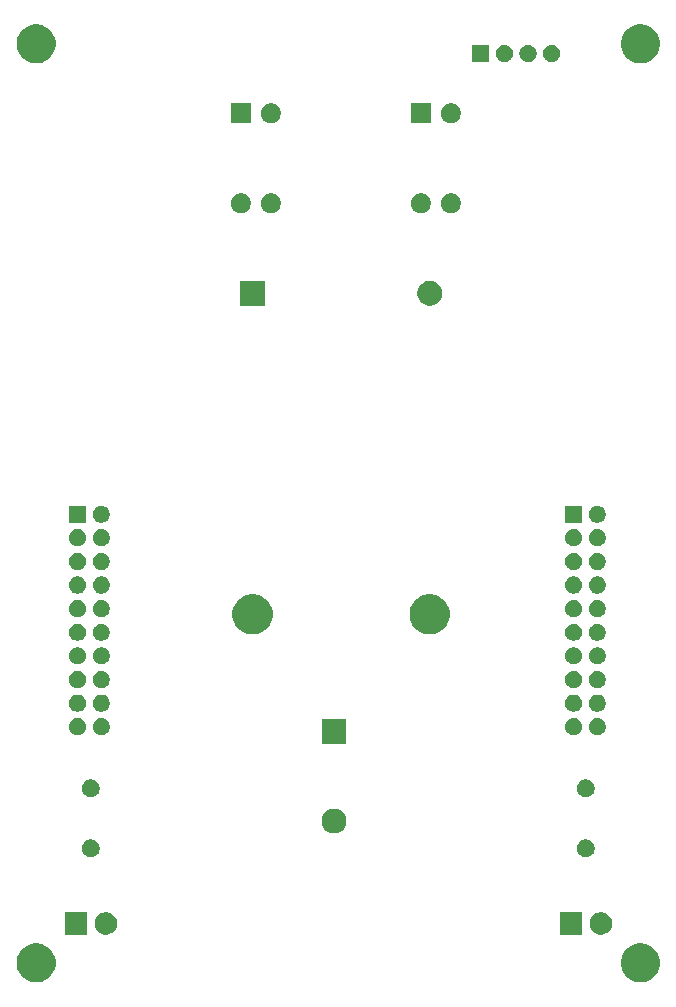
<source format=gbr>
G04 #@! TF.GenerationSoftware,KiCad,Pcbnew,5.1.5+dfsg1-2build2*
G04 #@! TF.CreationDate,2021-11-16T20:06:46-04:00*
G04 #@! TF.ProjectId,prototyping_backplane,70726f74-6f74-4797-9069-6e675f626163,rev?*
G04 #@! TF.SameCoordinates,Original*
G04 #@! TF.FileFunction,Soldermask,Bot*
G04 #@! TF.FilePolarity,Negative*
%FSLAX46Y46*%
G04 Gerber Fmt 4.6, Leading zero omitted, Abs format (unit mm)*
G04 Created by KiCad (PCBNEW 5.1.5+dfsg1-2build2) date 2021-11-16 20:06:46*
%MOMM*%
%LPD*%
G04 APERTURE LIST*
%ADD10C,0.100000*%
G04 APERTURE END LIST*
D10*
G36*
X205655256Y-124931298D02*
G01*
X205761579Y-124952447D01*
X206062042Y-125076903D01*
X206332451Y-125257585D01*
X206562415Y-125487549D01*
X206743097Y-125757958D01*
X206867553Y-126058421D01*
X206931000Y-126377391D01*
X206931000Y-126702609D01*
X206867553Y-127021579D01*
X206743097Y-127322042D01*
X206562415Y-127592451D01*
X206332451Y-127822415D01*
X206062042Y-128003097D01*
X205761579Y-128127553D01*
X205655256Y-128148702D01*
X205442611Y-128191000D01*
X205117389Y-128191000D01*
X204904744Y-128148702D01*
X204798421Y-128127553D01*
X204497958Y-128003097D01*
X204227549Y-127822415D01*
X203997585Y-127592451D01*
X203816903Y-127322042D01*
X203692447Y-127021579D01*
X203629000Y-126702609D01*
X203629000Y-126377391D01*
X203692447Y-126058421D01*
X203816903Y-125757958D01*
X203997585Y-125487549D01*
X204227549Y-125257585D01*
X204497958Y-125076903D01*
X204798421Y-124952447D01*
X204904744Y-124931298D01*
X205117389Y-124889000D01*
X205442611Y-124889000D01*
X205655256Y-124931298D01*
G37*
G36*
X154505256Y-124931298D02*
G01*
X154611579Y-124952447D01*
X154912042Y-125076903D01*
X155182451Y-125257585D01*
X155412415Y-125487549D01*
X155593097Y-125757958D01*
X155717553Y-126058421D01*
X155781000Y-126377391D01*
X155781000Y-126702609D01*
X155717553Y-127021579D01*
X155593097Y-127322042D01*
X155412415Y-127592451D01*
X155182451Y-127822415D01*
X154912042Y-128003097D01*
X154611579Y-128127553D01*
X154505256Y-128148702D01*
X154292611Y-128191000D01*
X153967389Y-128191000D01*
X153754744Y-128148702D01*
X153648421Y-128127553D01*
X153347958Y-128003097D01*
X153077549Y-127822415D01*
X152847585Y-127592451D01*
X152666903Y-127322042D01*
X152542447Y-127021579D01*
X152479000Y-126702609D01*
X152479000Y-126377391D01*
X152542447Y-126058421D01*
X152666903Y-125757958D01*
X152847585Y-125487549D01*
X153077549Y-125257585D01*
X153347958Y-125076903D01*
X153648421Y-124952447D01*
X153754744Y-124931298D01*
X153967389Y-124889000D01*
X154292611Y-124889000D01*
X154505256Y-124931298D01*
G37*
G36*
X202207395Y-122275546D02*
G01*
X202380466Y-122347234D01*
X202380467Y-122347235D01*
X202536227Y-122451310D01*
X202668690Y-122583773D01*
X202668691Y-122583775D01*
X202772766Y-122739534D01*
X202844454Y-122912605D01*
X202881000Y-123096333D01*
X202881000Y-123283667D01*
X202844454Y-123467395D01*
X202772766Y-123640466D01*
X202772765Y-123640467D01*
X202668690Y-123796227D01*
X202536227Y-123928690D01*
X202457818Y-123981081D01*
X202380466Y-124032766D01*
X202207395Y-124104454D01*
X202023667Y-124141000D01*
X201836333Y-124141000D01*
X201652605Y-124104454D01*
X201479534Y-124032766D01*
X201402182Y-123981081D01*
X201323773Y-123928690D01*
X201191310Y-123796227D01*
X201087235Y-123640467D01*
X201087234Y-123640466D01*
X201015546Y-123467395D01*
X200979000Y-123283667D01*
X200979000Y-123096333D01*
X201015546Y-122912605D01*
X201087234Y-122739534D01*
X201191309Y-122583775D01*
X201191310Y-122583773D01*
X201323773Y-122451310D01*
X201479533Y-122347235D01*
X201479534Y-122347234D01*
X201652605Y-122275546D01*
X201836333Y-122239000D01*
X202023667Y-122239000D01*
X202207395Y-122275546D01*
G37*
G36*
X158431000Y-124141000D02*
G01*
X156529000Y-124141000D01*
X156529000Y-122239000D01*
X158431000Y-122239000D01*
X158431000Y-124141000D01*
G37*
G36*
X160297395Y-122275546D02*
G01*
X160470466Y-122347234D01*
X160470467Y-122347235D01*
X160626227Y-122451310D01*
X160758690Y-122583773D01*
X160758691Y-122583775D01*
X160862766Y-122739534D01*
X160934454Y-122912605D01*
X160971000Y-123096333D01*
X160971000Y-123283667D01*
X160934454Y-123467395D01*
X160862766Y-123640466D01*
X160862765Y-123640467D01*
X160758690Y-123796227D01*
X160626227Y-123928690D01*
X160547818Y-123981081D01*
X160470466Y-124032766D01*
X160297395Y-124104454D01*
X160113667Y-124141000D01*
X159926333Y-124141000D01*
X159742605Y-124104454D01*
X159569534Y-124032766D01*
X159492182Y-123981081D01*
X159413773Y-123928690D01*
X159281310Y-123796227D01*
X159177235Y-123640467D01*
X159177234Y-123640466D01*
X159105546Y-123467395D01*
X159069000Y-123283667D01*
X159069000Y-123096333D01*
X159105546Y-122912605D01*
X159177234Y-122739534D01*
X159281309Y-122583775D01*
X159281310Y-122583773D01*
X159413773Y-122451310D01*
X159569533Y-122347235D01*
X159569534Y-122347234D01*
X159742605Y-122275546D01*
X159926333Y-122239000D01*
X160113667Y-122239000D01*
X160297395Y-122275546D01*
G37*
G36*
X200341000Y-124141000D02*
G01*
X198439000Y-124141000D01*
X198439000Y-122239000D01*
X200341000Y-122239000D01*
X200341000Y-124141000D01*
G37*
G36*
X200879059Y-116117860D02*
G01*
X201015732Y-116174472D01*
X201138735Y-116256660D01*
X201243340Y-116361265D01*
X201325528Y-116484268D01*
X201382140Y-116620941D01*
X201411000Y-116766033D01*
X201411000Y-116913967D01*
X201382140Y-117059059D01*
X201325528Y-117195732D01*
X201243340Y-117318735D01*
X201138735Y-117423340D01*
X201015732Y-117505528D01*
X201015731Y-117505529D01*
X201015730Y-117505529D01*
X200879059Y-117562140D01*
X200733968Y-117591000D01*
X200586032Y-117591000D01*
X200440941Y-117562140D01*
X200304270Y-117505529D01*
X200304269Y-117505529D01*
X200304268Y-117505528D01*
X200181265Y-117423340D01*
X200076660Y-117318735D01*
X199994472Y-117195732D01*
X199937860Y-117059059D01*
X199909000Y-116913967D01*
X199909000Y-116766033D01*
X199937860Y-116620941D01*
X199994472Y-116484268D01*
X200076660Y-116361265D01*
X200181265Y-116256660D01*
X200304268Y-116174472D01*
X200440941Y-116117860D01*
X200586032Y-116089000D01*
X200733968Y-116089000D01*
X200879059Y-116117860D01*
G37*
G36*
X158969059Y-116117860D02*
G01*
X159105732Y-116174472D01*
X159228735Y-116256660D01*
X159333340Y-116361265D01*
X159415528Y-116484268D01*
X159472140Y-116620941D01*
X159501000Y-116766033D01*
X159501000Y-116913967D01*
X159472140Y-117059059D01*
X159415528Y-117195732D01*
X159333340Y-117318735D01*
X159228735Y-117423340D01*
X159105732Y-117505528D01*
X159105731Y-117505529D01*
X159105730Y-117505529D01*
X158969059Y-117562140D01*
X158823968Y-117591000D01*
X158676032Y-117591000D01*
X158530941Y-117562140D01*
X158394270Y-117505529D01*
X158394269Y-117505529D01*
X158394268Y-117505528D01*
X158271265Y-117423340D01*
X158166660Y-117318735D01*
X158084472Y-117195732D01*
X158027860Y-117059059D01*
X157999000Y-116913967D01*
X157999000Y-116766033D01*
X158027860Y-116620941D01*
X158084472Y-116484268D01*
X158166660Y-116361265D01*
X158271265Y-116256660D01*
X158394268Y-116174472D01*
X158530941Y-116117860D01*
X158676032Y-116089000D01*
X158823968Y-116089000D01*
X158969059Y-116117860D01*
G37*
G36*
X179646564Y-113509389D02*
G01*
X179837833Y-113588615D01*
X179837835Y-113588616D01*
X180009973Y-113703635D01*
X180156365Y-113850027D01*
X180271385Y-114022167D01*
X180350611Y-114213436D01*
X180391000Y-114416484D01*
X180391000Y-114623516D01*
X180350611Y-114826564D01*
X180271385Y-115017833D01*
X180271384Y-115017835D01*
X180156365Y-115189973D01*
X180009973Y-115336365D01*
X179837835Y-115451384D01*
X179837834Y-115451385D01*
X179837833Y-115451385D01*
X179646564Y-115530611D01*
X179443516Y-115571000D01*
X179236484Y-115571000D01*
X179033436Y-115530611D01*
X178842167Y-115451385D01*
X178842166Y-115451385D01*
X178842165Y-115451384D01*
X178670027Y-115336365D01*
X178523635Y-115189973D01*
X178408616Y-115017835D01*
X178408615Y-115017833D01*
X178329389Y-114826564D01*
X178289000Y-114623516D01*
X178289000Y-114416484D01*
X178329389Y-114213436D01*
X178408615Y-114022167D01*
X178523635Y-113850027D01*
X178670027Y-113703635D01*
X178842165Y-113588616D01*
X178842167Y-113588615D01*
X179033436Y-113509389D01*
X179236484Y-113469000D01*
X179443516Y-113469000D01*
X179646564Y-113509389D01*
G37*
G36*
X200879059Y-111037860D02*
G01*
X201015732Y-111094472D01*
X201138735Y-111176660D01*
X201243340Y-111281265D01*
X201325528Y-111404268D01*
X201382140Y-111540941D01*
X201411000Y-111686033D01*
X201411000Y-111833967D01*
X201382140Y-111979059D01*
X201325528Y-112115732D01*
X201243340Y-112238735D01*
X201138735Y-112343340D01*
X201015732Y-112425528D01*
X201015731Y-112425529D01*
X201015730Y-112425529D01*
X200879059Y-112482140D01*
X200733968Y-112511000D01*
X200586032Y-112511000D01*
X200440941Y-112482140D01*
X200304270Y-112425529D01*
X200304269Y-112425529D01*
X200304268Y-112425528D01*
X200181265Y-112343340D01*
X200076660Y-112238735D01*
X199994472Y-112115732D01*
X199937860Y-111979059D01*
X199909000Y-111833967D01*
X199909000Y-111686033D01*
X199937860Y-111540941D01*
X199994472Y-111404268D01*
X200076660Y-111281265D01*
X200181265Y-111176660D01*
X200304268Y-111094472D01*
X200440941Y-111037860D01*
X200586032Y-111009000D01*
X200733968Y-111009000D01*
X200879059Y-111037860D01*
G37*
G36*
X158969059Y-111037860D02*
G01*
X159105732Y-111094472D01*
X159228735Y-111176660D01*
X159333340Y-111281265D01*
X159415528Y-111404268D01*
X159472140Y-111540941D01*
X159501000Y-111686033D01*
X159501000Y-111833967D01*
X159472140Y-111979059D01*
X159415528Y-112115732D01*
X159333340Y-112238735D01*
X159228735Y-112343340D01*
X159105732Y-112425528D01*
X159105731Y-112425529D01*
X159105730Y-112425529D01*
X158969059Y-112482140D01*
X158823968Y-112511000D01*
X158676032Y-112511000D01*
X158530941Y-112482140D01*
X158394270Y-112425529D01*
X158394269Y-112425529D01*
X158394268Y-112425528D01*
X158271265Y-112343340D01*
X158166660Y-112238735D01*
X158084472Y-112115732D01*
X158027860Y-111979059D01*
X157999000Y-111833967D01*
X157999000Y-111686033D01*
X158027860Y-111540941D01*
X158084472Y-111404268D01*
X158166660Y-111281265D01*
X158271265Y-111176660D01*
X158394268Y-111094472D01*
X158530941Y-111037860D01*
X158676032Y-111009000D01*
X158823968Y-111009000D01*
X158969059Y-111037860D01*
G37*
G36*
X180391000Y-107971000D02*
G01*
X178289000Y-107971000D01*
X178289000Y-105869000D01*
X180391000Y-105869000D01*
X180391000Y-107971000D01*
G37*
G36*
X159841766Y-105841899D02*
G01*
X159973888Y-105896626D01*
X159973890Y-105896627D01*
X160092798Y-105976079D01*
X160193921Y-106077202D01*
X160193922Y-106077204D01*
X160273374Y-106196112D01*
X160328101Y-106328234D01*
X160356000Y-106468494D01*
X160356000Y-106611506D01*
X160328101Y-106751766D01*
X160273374Y-106883888D01*
X160273373Y-106883890D01*
X160193921Y-107002798D01*
X160092798Y-107103921D01*
X159973890Y-107183373D01*
X159973889Y-107183374D01*
X159973888Y-107183374D01*
X159841766Y-107238101D01*
X159701506Y-107266000D01*
X159558494Y-107266000D01*
X159418234Y-107238101D01*
X159286112Y-107183374D01*
X159286111Y-107183374D01*
X159286110Y-107183373D01*
X159167202Y-107103921D01*
X159066079Y-107002798D01*
X158986627Y-106883890D01*
X158986626Y-106883888D01*
X158931899Y-106751766D01*
X158904000Y-106611506D01*
X158904000Y-106468494D01*
X158931899Y-106328234D01*
X158986626Y-106196112D01*
X159066078Y-106077204D01*
X159066079Y-106077202D01*
X159167202Y-105976079D01*
X159286110Y-105896627D01*
X159286112Y-105896626D01*
X159418234Y-105841899D01*
X159558494Y-105814000D01*
X159701506Y-105814000D01*
X159841766Y-105841899D01*
G37*
G36*
X157841766Y-105841899D02*
G01*
X157973888Y-105896626D01*
X157973890Y-105896627D01*
X158092798Y-105976079D01*
X158193921Y-106077202D01*
X158193922Y-106077204D01*
X158273374Y-106196112D01*
X158328101Y-106328234D01*
X158356000Y-106468494D01*
X158356000Y-106611506D01*
X158328101Y-106751766D01*
X158273374Y-106883888D01*
X158273373Y-106883890D01*
X158193921Y-107002798D01*
X158092798Y-107103921D01*
X157973890Y-107183373D01*
X157973889Y-107183374D01*
X157973888Y-107183374D01*
X157841766Y-107238101D01*
X157701506Y-107266000D01*
X157558494Y-107266000D01*
X157418234Y-107238101D01*
X157286112Y-107183374D01*
X157286111Y-107183374D01*
X157286110Y-107183373D01*
X157167202Y-107103921D01*
X157066079Y-107002798D01*
X156986627Y-106883890D01*
X156986626Y-106883888D01*
X156931899Y-106751766D01*
X156904000Y-106611506D01*
X156904000Y-106468494D01*
X156931899Y-106328234D01*
X156986626Y-106196112D01*
X157066078Y-106077204D01*
X157066079Y-106077202D01*
X157167202Y-105976079D01*
X157286110Y-105896627D01*
X157286112Y-105896626D01*
X157418234Y-105841899D01*
X157558494Y-105814000D01*
X157701506Y-105814000D01*
X157841766Y-105841899D01*
G37*
G36*
X201841766Y-105841899D02*
G01*
X201973888Y-105896626D01*
X201973890Y-105896627D01*
X202092798Y-105976079D01*
X202193921Y-106077202D01*
X202193922Y-106077204D01*
X202273374Y-106196112D01*
X202328101Y-106328234D01*
X202356000Y-106468494D01*
X202356000Y-106611506D01*
X202328101Y-106751766D01*
X202273374Y-106883888D01*
X202273373Y-106883890D01*
X202193921Y-107002798D01*
X202092798Y-107103921D01*
X201973890Y-107183373D01*
X201973889Y-107183374D01*
X201973888Y-107183374D01*
X201841766Y-107238101D01*
X201701506Y-107266000D01*
X201558494Y-107266000D01*
X201418234Y-107238101D01*
X201286112Y-107183374D01*
X201286111Y-107183374D01*
X201286110Y-107183373D01*
X201167202Y-107103921D01*
X201066079Y-107002798D01*
X200986627Y-106883890D01*
X200986626Y-106883888D01*
X200931899Y-106751766D01*
X200904000Y-106611506D01*
X200904000Y-106468494D01*
X200931899Y-106328234D01*
X200986626Y-106196112D01*
X201066078Y-106077204D01*
X201066079Y-106077202D01*
X201167202Y-105976079D01*
X201286110Y-105896627D01*
X201286112Y-105896626D01*
X201418234Y-105841899D01*
X201558494Y-105814000D01*
X201701506Y-105814000D01*
X201841766Y-105841899D01*
G37*
G36*
X199841766Y-105841899D02*
G01*
X199973888Y-105896626D01*
X199973890Y-105896627D01*
X200092798Y-105976079D01*
X200193921Y-106077202D01*
X200193922Y-106077204D01*
X200273374Y-106196112D01*
X200328101Y-106328234D01*
X200356000Y-106468494D01*
X200356000Y-106611506D01*
X200328101Y-106751766D01*
X200273374Y-106883888D01*
X200273373Y-106883890D01*
X200193921Y-107002798D01*
X200092798Y-107103921D01*
X199973890Y-107183373D01*
X199973889Y-107183374D01*
X199973888Y-107183374D01*
X199841766Y-107238101D01*
X199701506Y-107266000D01*
X199558494Y-107266000D01*
X199418234Y-107238101D01*
X199286112Y-107183374D01*
X199286111Y-107183374D01*
X199286110Y-107183373D01*
X199167202Y-107103921D01*
X199066079Y-107002798D01*
X198986627Y-106883890D01*
X198986626Y-106883888D01*
X198931899Y-106751766D01*
X198904000Y-106611506D01*
X198904000Y-106468494D01*
X198931899Y-106328234D01*
X198986626Y-106196112D01*
X199066078Y-106077204D01*
X199066079Y-106077202D01*
X199167202Y-105976079D01*
X199286110Y-105896627D01*
X199286112Y-105896626D01*
X199418234Y-105841899D01*
X199558494Y-105814000D01*
X199701506Y-105814000D01*
X199841766Y-105841899D01*
G37*
G36*
X157841766Y-103841899D02*
G01*
X157973888Y-103896626D01*
X157973890Y-103896627D01*
X158092798Y-103976079D01*
X158193921Y-104077202D01*
X158193922Y-104077204D01*
X158273374Y-104196112D01*
X158328101Y-104328234D01*
X158356000Y-104468494D01*
X158356000Y-104611506D01*
X158328101Y-104751766D01*
X158273374Y-104883888D01*
X158273373Y-104883890D01*
X158193921Y-105002798D01*
X158092798Y-105103921D01*
X157973890Y-105183373D01*
X157973889Y-105183374D01*
X157973888Y-105183374D01*
X157841766Y-105238101D01*
X157701506Y-105266000D01*
X157558494Y-105266000D01*
X157418234Y-105238101D01*
X157286112Y-105183374D01*
X157286111Y-105183374D01*
X157286110Y-105183373D01*
X157167202Y-105103921D01*
X157066079Y-105002798D01*
X156986627Y-104883890D01*
X156986626Y-104883888D01*
X156931899Y-104751766D01*
X156904000Y-104611506D01*
X156904000Y-104468494D01*
X156931899Y-104328234D01*
X156986626Y-104196112D01*
X157066078Y-104077204D01*
X157066079Y-104077202D01*
X157167202Y-103976079D01*
X157286110Y-103896627D01*
X157286112Y-103896626D01*
X157418234Y-103841899D01*
X157558494Y-103814000D01*
X157701506Y-103814000D01*
X157841766Y-103841899D01*
G37*
G36*
X201841766Y-103841899D02*
G01*
X201973888Y-103896626D01*
X201973890Y-103896627D01*
X202092798Y-103976079D01*
X202193921Y-104077202D01*
X202193922Y-104077204D01*
X202273374Y-104196112D01*
X202328101Y-104328234D01*
X202356000Y-104468494D01*
X202356000Y-104611506D01*
X202328101Y-104751766D01*
X202273374Y-104883888D01*
X202273373Y-104883890D01*
X202193921Y-105002798D01*
X202092798Y-105103921D01*
X201973890Y-105183373D01*
X201973889Y-105183374D01*
X201973888Y-105183374D01*
X201841766Y-105238101D01*
X201701506Y-105266000D01*
X201558494Y-105266000D01*
X201418234Y-105238101D01*
X201286112Y-105183374D01*
X201286111Y-105183374D01*
X201286110Y-105183373D01*
X201167202Y-105103921D01*
X201066079Y-105002798D01*
X200986627Y-104883890D01*
X200986626Y-104883888D01*
X200931899Y-104751766D01*
X200904000Y-104611506D01*
X200904000Y-104468494D01*
X200931899Y-104328234D01*
X200986626Y-104196112D01*
X201066078Y-104077204D01*
X201066079Y-104077202D01*
X201167202Y-103976079D01*
X201286110Y-103896627D01*
X201286112Y-103896626D01*
X201418234Y-103841899D01*
X201558494Y-103814000D01*
X201701506Y-103814000D01*
X201841766Y-103841899D01*
G37*
G36*
X159841766Y-103841899D02*
G01*
X159973888Y-103896626D01*
X159973890Y-103896627D01*
X160092798Y-103976079D01*
X160193921Y-104077202D01*
X160193922Y-104077204D01*
X160273374Y-104196112D01*
X160328101Y-104328234D01*
X160356000Y-104468494D01*
X160356000Y-104611506D01*
X160328101Y-104751766D01*
X160273374Y-104883888D01*
X160273373Y-104883890D01*
X160193921Y-105002798D01*
X160092798Y-105103921D01*
X159973890Y-105183373D01*
X159973889Y-105183374D01*
X159973888Y-105183374D01*
X159841766Y-105238101D01*
X159701506Y-105266000D01*
X159558494Y-105266000D01*
X159418234Y-105238101D01*
X159286112Y-105183374D01*
X159286111Y-105183374D01*
X159286110Y-105183373D01*
X159167202Y-105103921D01*
X159066079Y-105002798D01*
X158986627Y-104883890D01*
X158986626Y-104883888D01*
X158931899Y-104751766D01*
X158904000Y-104611506D01*
X158904000Y-104468494D01*
X158931899Y-104328234D01*
X158986626Y-104196112D01*
X159066078Y-104077204D01*
X159066079Y-104077202D01*
X159167202Y-103976079D01*
X159286110Y-103896627D01*
X159286112Y-103896626D01*
X159418234Y-103841899D01*
X159558494Y-103814000D01*
X159701506Y-103814000D01*
X159841766Y-103841899D01*
G37*
G36*
X199841766Y-103841899D02*
G01*
X199973888Y-103896626D01*
X199973890Y-103896627D01*
X200092798Y-103976079D01*
X200193921Y-104077202D01*
X200193922Y-104077204D01*
X200273374Y-104196112D01*
X200328101Y-104328234D01*
X200356000Y-104468494D01*
X200356000Y-104611506D01*
X200328101Y-104751766D01*
X200273374Y-104883888D01*
X200273373Y-104883890D01*
X200193921Y-105002798D01*
X200092798Y-105103921D01*
X199973890Y-105183373D01*
X199973889Y-105183374D01*
X199973888Y-105183374D01*
X199841766Y-105238101D01*
X199701506Y-105266000D01*
X199558494Y-105266000D01*
X199418234Y-105238101D01*
X199286112Y-105183374D01*
X199286111Y-105183374D01*
X199286110Y-105183373D01*
X199167202Y-105103921D01*
X199066079Y-105002798D01*
X198986627Y-104883890D01*
X198986626Y-104883888D01*
X198931899Y-104751766D01*
X198904000Y-104611506D01*
X198904000Y-104468494D01*
X198931899Y-104328234D01*
X198986626Y-104196112D01*
X199066078Y-104077204D01*
X199066079Y-104077202D01*
X199167202Y-103976079D01*
X199286110Y-103896627D01*
X199286112Y-103896626D01*
X199418234Y-103841899D01*
X199558494Y-103814000D01*
X199701506Y-103814000D01*
X199841766Y-103841899D01*
G37*
G36*
X201841766Y-101841899D02*
G01*
X201973888Y-101896626D01*
X201973890Y-101896627D01*
X202092798Y-101976079D01*
X202193921Y-102077202D01*
X202193922Y-102077204D01*
X202273374Y-102196112D01*
X202328101Y-102328234D01*
X202356000Y-102468494D01*
X202356000Y-102611506D01*
X202328101Y-102751766D01*
X202273374Y-102883888D01*
X202273373Y-102883890D01*
X202193921Y-103002798D01*
X202092798Y-103103921D01*
X201973890Y-103183373D01*
X201973889Y-103183374D01*
X201973888Y-103183374D01*
X201841766Y-103238101D01*
X201701506Y-103266000D01*
X201558494Y-103266000D01*
X201418234Y-103238101D01*
X201286112Y-103183374D01*
X201286111Y-103183374D01*
X201286110Y-103183373D01*
X201167202Y-103103921D01*
X201066079Y-103002798D01*
X200986627Y-102883890D01*
X200986626Y-102883888D01*
X200931899Y-102751766D01*
X200904000Y-102611506D01*
X200904000Y-102468494D01*
X200931899Y-102328234D01*
X200986626Y-102196112D01*
X201066078Y-102077204D01*
X201066079Y-102077202D01*
X201167202Y-101976079D01*
X201286110Y-101896627D01*
X201286112Y-101896626D01*
X201418234Y-101841899D01*
X201558494Y-101814000D01*
X201701506Y-101814000D01*
X201841766Y-101841899D01*
G37*
G36*
X159841766Y-101841899D02*
G01*
X159973888Y-101896626D01*
X159973890Y-101896627D01*
X160092798Y-101976079D01*
X160193921Y-102077202D01*
X160193922Y-102077204D01*
X160273374Y-102196112D01*
X160328101Y-102328234D01*
X160356000Y-102468494D01*
X160356000Y-102611506D01*
X160328101Y-102751766D01*
X160273374Y-102883888D01*
X160273373Y-102883890D01*
X160193921Y-103002798D01*
X160092798Y-103103921D01*
X159973890Y-103183373D01*
X159973889Y-103183374D01*
X159973888Y-103183374D01*
X159841766Y-103238101D01*
X159701506Y-103266000D01*
X159558494Y-103266000D01*
X159418234Y-103238101D01*
X159286112Y-103183374D01*
X159286111Y-103183374D01*
X159286110Y-103183373D01*
X159167202Y-103103921D01*
X159066079Y-103002798D01*
X158986627Y-102883890D01*
X158986626Y-102883888D01*
X158931899Y-102751766D01*
X158904000Y-102611506D01*
X158904000Y-102468494D01*
X158931899Y-102328234D01*
X158986626Y-102196112D01*
X159066078Y-102077204D01*
X159066079Y-102077202D01*
X159167202Y-101976079D01*
X159286110Y-101896627D01*
X159286112Y-101896626D01*
X159418234Y-101841899D01*
X159558494Y-101814000D01*
X159701506Y-101814000D01*
X159841766Y-101841899D01*
G37*
G36*
X199841766Y-101841899D02*
G01*
X199973888Y-101896626D01*
X199973890Y-101896627D01*
X200092798Y-101976079D01*
X200193921Y-102077202D01*
X200193922Y-102077204D01*
X200273374Y-102196112D01*
X200328101Y-102328234D01*
X200356000Y-102468494D01*
X200356000Y-102611506D01*
X200328101Y-102751766D01*
X200273374Y-102883888D01*
X200273373Y-102883890D01*
X200193921Y-103002798D01*
X200092798Y-103103921D01*
X199973890Y-103183373D01*
X199973889Y-103183374D01*
X199973888Y-103183374D01*
X199841766Y-103238101D01*
X199701506Y-103266000D01*
X199558494Y-103266000D01*
X199418234Y-103238101D01*
X199286112Y-103183374D01*
X199286111Y-103183374D01*
X199286110Y-103183373D01*
X199167202Y-103103921D01*
X199066079Y-103002798D01*
X198986627Y-102883890D01*
X198986626Y-102883888D01*
X198931899Y-102751766D01*
X198904000Y-102611506D01*
X198904000Y-102468494D01*
X198931899Y-102328234D01*
X198986626Y-102196112D01*
X199066078Y-102077204D01*
X199066079Y-102077202D01*
X199167202Y-101976079D01*
X199286110Y-101896627D01*
X199286112Y-101896626D01*
X199418234Y-101841899D01*
X199558494Y-101814000D01*
X199701506Y-101814000D01*
X199841766Y-101841899D01*
G37*
G36*
X157841766Y-101841899D02*
G01*
X157973888Y-101896626D01*
X157973890Y-101896627D01*
X158092798Y-101976079D01*
X158193921Y-102077202D01*
X158193922Y-102077204D01*
X158273374Y-102196112D01*
X158328101Y-102328234D01*
X158356000Y-102468494D01*
X158356000Y-102611506D01*
X158328101Y-102751766D01*
X158273374Y-102883888D01*
X158273373Y-102883890D01*
X158193921Y-103002798D01*
X158092798Y-103103921D01*
X157973890Y-103183373D01*
X157973889Y-103183374D01*
X157973888Y-103183374D01*
X157841766Y-103238101D01*
X157701506Y-103266000D01*
X157558494Y-103266000D01*
X157418234Y-103238101D01*
X157286112Y-103183374D01*
X157286111Y-103183374D01*
X157286110Y-103183373D01*
X157167202Y-103103921D01*
X157066079Y-103002798D01*
X156986627Y-102883890D01*
X156986626Y-102883888D01*
X156931899Y-102751766D01*
X156904000Y-102611506D01*
X156904000Y-102468494D01*
X156931899Y-102328234D01*
X156986626Y-102196112D01*
X157066078Y-102077204D01*
X157066079Y-102077202D01*
X157167202Y-101976079D01*
X157286110Y-101896627D01*
X157286112Y-101896626D01*
X157418234Y-101841899D01*
X157558494Y-101814000D01*
X157701506Y-101814000D01*
X157841766Y-101841899D01*
G37*
G36*
X159841766Y-99841899D02*
G01*
X159973888Y-99896626D01*
X159973890Y-99896627D01*
X160092798Y-99976079D01*
X160193921Y-100077202D01*
X160193922Y-100077204D01*
X160273374Y-100196112D01*
X160328101Y-100328234D01*
X160356000Y-100468494D01*
X160356000Y-100611506D01*
X160328101Y-100751766D01*
X160273374Y-100883888D01*
X160273373Y-100883890D01*
X160193921Y-101002798D01*
X160092798Y-101103921D01*
X159973890Y-101183373D01*
X159973889Y-101183374D01*
X159973888Y-101183374D01*
X159841766Y-101238101D01*
X159701506Y-101266000D01*
X159558494Y-101266000D01*
X159418234Y-101238101D01*
X159286112Y-101183374D01*
X159286111Y-101183374D01*
X159286110Y-101183373D01*
X159167202Y-101103921D01*
X159066079Y-101002798D01*
X158986627Y-100883890D01*
X158986626Y-100883888D01*
X158931899Y-100751766D01*
X158904000Y-100611506D01*
X158904000Y-100468494D01*
X158931899Y-100328234D01*
X158986626Y-100196112D01*
X159066078Y-100077204D01*
X159066079Y-100077202D01*
X159167202Y-99976079D01*
X159286110Y-99896627D01*
X159286112Y-99896626D01*
X159418234Y-99841899D01*
X159558494Y-99814000D01*
X159701506Y-99814000D01*
X159841766Y-99841899D01*
G37*
G36*
X157841766Y-99841899D02*
G01*
X157973888Y-99896626D01*
X157973890Y-99896627D01*
X158092798Y-99976079D01*
X158193921Y-100077202D01*
X158193922Y-100077204D01*
X158273374Y-100196112D01*
X158328101Y-100328234D01*
X158356000Y-100468494D01*
X158356000Y-100611506D01*
X158328101Y-100751766D01*
X158273374Y-100883888D01*
X158273373Y-100883890D01*
X158193921Y-101002798D01*
X158092798Y-101103921D01*
X157973890Y-101183373D01*
X157973889Y-101183374D01*
X157973888Y-101183374D01*
X157841766Y-101238101D01*
X157701506Y-101266000D01*
X157558494Y-101266000D01*
X157418234Y-101238101D01*
X157286112Y-101183374D01*
X157286111Y-101183374D01*
X157286110Y-101183373D01*
X157167202Y-101103921D01*
X157066079Y-101002798D01*
X156986627Y-100883890D01*
X156986626Y-100883888D01*
X156931899Y-100751766D01*
X156904000Y-100611506D01*
X156904000Y-100468494D01*
X156931899Y-100328234D01*
X156986626Y-100196112D01*
X157066078Y-100077204D01*
X157066079Y-100077202D01*
X157167202Y-99976079D01*
X157286110Y-99896627D01*
X157286112Y-99896626D01*
X157418234Y-99841899D01*
X157558494Y-99814000D01*
X157701506Y-99814000D01*
X157841766Y-99841899D01*
G37*
G36*
X199841766Y-99841899D02*
G01*
X199973888Y-99896626D01*
X199973890Y-99896627D01*
X200092798Y-99976079D01*
X200193921Y-100077202D01*
X200193922Y-100077204D01*
X200273374Y-100196112D01*
X200328101Y-100328234D01*
X200356000Y-100468494D01*
X200356000Y-100611506D01*
X200328101Y-100751766D01*
X200273374Y-100883888D01*
X200273373Y-100883890D01*
X200193921Y-101002798D01*
X200092798Y-101103921D01*
X199973890Y-101183373D01*
X199973889Y-101183374D01*
X199973888Y-101183374D01*
X199841766Y-101238101D01*
X199701506Y-101266000D01*
X199558494Y-101266000D01*
X199418234Y-101238101D01*
X199286112Y-101183374D01*
X199286111Y-101183374D01*
X199286110Y-101183373D01*
X199167202Y-101103921D01*
X199066079Y-101002798D01*
X198986627Y-100883890D01*
X198986626Y-100883888D01*
X198931899Y-100751766D01*
X198904000Y-100611506D01*
X198904000Y-100468494D01*
X198931899Y-100328234D01*
X198986626Y-100196112D01*
X199066078Y-100077204D01*
X199066079Y-100077202D01*
X199167202Y-99976079D01*
X199286110Y-99896627D01*
X199286112Y-99896626D01*
X199418234Y-99841899D01*
X199558494Y-99814000D01*
X199701506Y-99814000D01*
X199841766Y-99841899D01*
G37*
G36*
X201841766Y-99841899D02*
G01*
X201973888Y-99896626D01*
X201973890Y-99896627D01*
X202092798Y-99976079D01*
X202193921Y-100077202D01*
X202193922Y-100077204D01*
X202273374Y-100196112D01*
X202328101Y-100328234D01*
X202356000Y-100468494D01*
X202356000Y-100611506D01*
X202328101Y-100751766D01*
X202273374Y-100883888D01*
X202273373Y-100883890D01*
X202193921Y-101002798D01*
X202092798Y-101103921D01*
X201973890Y-101183373D01*
X201973889Y-101183374D01*
X201973888Y-101183374D01*
X201841766Y-101238101D01*
X201701506Y-101266000D01*
X201558494Y-101266000D01*
X201418234Y-101238101D01*
X201286112Y-101183374D01*
X201286111Y-101183374D01*
X201286110Y-101183373D01*
X201167202Y-101103921D01*
X201066079Y-101002798D01*
X200986627Y-100883890D01*
X200986626Y-100883888D01*
X200931899Y-100751766D01*
X200904000Y-100611506D01*
X200904000Y-100468494D01*
X200931899Y-100328234D01*
X200986626Y-100196112D01*
X201066078Y-100077204D01*
X201066079Y-100077202D01*
X201167202Y-99976079D01*
X201286110Y-99896627D01*
X201286112Y-99896626D01*
X201418234Y-99841899D01*
X201558494Y-99814000D01*
X201701506Y-99814000D01*
X201841766Y-99841899D01*
G37*
G36*
X159841766Y-97841899D02*
G01*
X159973888Y-97896626D01*
X159973890Y-97896627D01*
X160092798Y-97976079D01*
X160193921Y-98077202D01*
X160208702Y-98099324D01*
X160273374Y-98196112D01*
X160328101Y-98328234D01*
X160356000Y-98468494D01*
X160356000Y-98611506D01*
X160328101Y-98751766D01*
X160273374Y-98883888D01*
X160273373Y-98883890D01*
X160193921Y-99002798D01*
X160092798Y-99103921D01*
X159973890Y-99183373D01*
X159973889Y-99183374D01*
X159973888Y-99183374D01*
X159841766Y-99238101D01*
X159701506Y-99266000D01*
X159558494Y-99266000D01*
X159418234Y-99238101D01*
X159286112Y-99183374D01*
X159286111Y-99183374D01*
X159286110Y-99183373D01*
X159167202Y-99103921D01*
X159066079Y-99002798D01*
X158986627Y-98883890D01*
X158986626Y-98883888D01*
X158931899Y-98751766D01*
X158904000Y-98611506D01*
X158904000Y-98468494D01*
X158931899Y-98328234D01*
X158986626Y-98196112D01*
X159051298Y-98099324D01*
X159066079Y-98077202D01*
X159167202Y-97976079D01*
X159286110Y-97896627D01*
X159286112Y-97896626D01*
X159418234Y-97841899D01*
X159558494Y-97814000D01*
X159701506Y-97814000D01*
X159841766Y-97841899D01*
G37*
G36*
X199841766Y-97841899D02*
G01*
X199973888Y-97896626D01*
X199973890Y-97896627D01*
X200092798Y-97976079D01*
X200193921Y-98077202D01*
X200208702Y-98099324D01*
X200273374Y-98196112D01*
X200328101Y-98328234D01*
X200356000Y-98468494D01*
X200356000Y-98611506D01*
X200328101Y-98751766D01*
X200273374Y-98883888D01*
X200273373Y-98883890D01*
X200193921Y-99002798D01*
X200092798Y-99103921D01*
X199973890Y-99183373D01*
X199973889Y-99183374D01*
X199973888Y-99183374D01*
X199841766Y-99238101D01*
X199701506Y-99266000D01*
X199558494Y-99266000D01*
X199418234Y-99238101D01*
X199286112Y-99183374D01*
X199286111Y-99183374D01*
X199286110Y-99183373D01*
X199167202Y-99103921D01*
X199066079Y-99002798D01*
X198986627Y-98883890D01*
X198986626Y-98883888D01*
X198931899Y-98751766D01*
X198904000Y-98611506D01*
X198904000Y-98468494D01*
X198931899Y-98328234D01*
X198986626Y-98196112D01*
X199051298Y-98099324D01*
X199066079Y-98077202D01*
X199167202Y-97976079D01*
X199286110Y-97896627D01*
X199286112Y-97896626D01*
X199418234Y-97841899D01*
X199558494Y-97814000D01*
X199701506Y-97814000D01*
X199841766Y-97841899D01*
G37*
G36*
X201841766Y-97841899D02*
G01*
X201973888Y-97896626D01*
X201973890Y-97896627D01*
X202092798Y-97976079D01*
X202193921Y-98077202D01*
X202208702Y-98099324D01*
X202273374Y-98196112D01*
X202328101Y-98328234D01*
X202356000Y-98468494D01*
X202356000Y-98611506D01*
X202328101Y-98751766D01*
X202273374Y-98883888D01*
X202273373Y-98883890D01*
X202193921Y-99002798D01*
X202092798Y-99103921D01*
X201973890Y-99183373D01*
X201973889Y-99183374D01*
X201973888Y-99183374D01*
X201841766Y-99238101D01*
X201701506Y-99266000D01*
X201558494Y-99266000D01*
X201418234Y-99238101D01*
X201286112Y-99183374D01*
X201286111Y-99183374D01*
X201286110Y-99183373D01*
X201167202Y-99103921D01*
X201066079Y-99002798D01*
X200986627Y-98883890D01*
X200986626Y-98883888D01*
X200931899Y-98751766D01*
X200904000Y-98611506D01*
X200904000Y-98468494D01*
X200931899Y-98328234D01*
X200986626Y-98196112D01*
X201051298Y-98099324D01*
X201066079Y-98077202D01*
X201167202Y-97976079D01*
X201286110Y-97896627D01*
X201286112Y-97896626D01*
X201418234Y-97841899D01*
X201558494Y-97814000D01*
X201701506Y-97814000D01*
X201841766Y-97841899D01*
G37*
G36*
X157841766Y-97841899D02*
G01*
X157973888Y-97896626D01*
X157973890Y-97896627D01*
X158092798Y-97976079D01*
X158193921Y-98077202D01*
X158208702Y-98099324D01*
X158273374Y-98196112D01*
X158328101Y-98328234D01*
X158356000Y-98468494D01*
X158356000Y-98611506D01*
X158328101Y-98751766D01*
X158273374Y-98883888D01*
X158273373Y-98883890D01*
X158193921Y-99002798D01*
X158092798Y-99103921D01*
X157973890Y-99183373D01*
X157973889Y-99183374D01*
X157973888Y-99183374D01*
X157841766Y-99238101D01*
X157701506Y-99266000D01*
X157558494Y-99266000D01*
X157418234Y-99238101D01*
X157286112Y-99183374D01*
X157286111Y-99183374D01*
X157286110Y-99183373D01*
X157167202Y-99103921D01*
X157066079Y-99002798D01*
X156986627Y-98883890D01*
X156986626Y-98883888D01*
X156931899Y-98751766D01*
X156904000Y-98611506D01*
X156904000Y-98468494D01*
X156931899Y-98328234D01*
X156986626Y-98196112D01*
X157051298Y-98099324D01*
X157066079Y-98077202D01*
X157167202Y-97976079D01*
X157286110Y-97896627D01*
X157286112Y-97896626D01*
X157418234Y-97841899D01*
X157558494Y-97814000D01*
X157701506Y-97814000D01*
X157841766Y-97841899D01*
G37*
G36*
X172946162Y-95379368D02*
G01*
X173255724Y-95507593D01*
X173255725Y-95507594D01*
X173534324Y-95693747D01*
X173771253Y-95930676D01*
X173801589Y-95976078D01*
X173957407Y-96209276D01*
X174085632Y-96518838D01*
X174151000Y-96847465D01*
X174151000Y-97182535D01*
X174085632Y-97511162D01*
X173957407Y-97820724D01*
X173906691Y-97896626D01*
X173771253Y-98099324D01*
X173534324Y-98336253D01*
X173348170Y-98460637D01*
X173255724Y-98522407D01*
X172946162Y-98650632D01*
X172617535Y-98716000D01*
X172282465Y-98716000D01*
X171953838Y-98650632D01*
X171644276Y-98522407D01*
X171551830Y-98460637D01*
X171365676Y-98336253D01*
X171128747Y-98099324D01*
X170993309Y-97896626D01*
X170942593Y-97820724D01*
X170814368Y-97511162D01*
X170749000Y-97182535D01*
X170749000Y-96847465D01*
X170814368Y-96518838D01*
X170942593Y-96209276D01*
X171098411Y-95976078D01*
X171128747Y-95930676D01*
X171365676Y-95693747D01*
X171644275Y-95507594D01*
X171644276Y-95507593D01*
X171953838Y-95379368D01*
X172282465Y-95314000D01*
X172617535Y-95314000D01*
X172946162Y-95379368D01*
G37*
G36*
X187936162Y-95379368D02*
G01*
X188245724Y-95507593D01*
X188245725Y-95507594D01*
X188524324Y-95693747D01*
X188761253Y-95930676D01*
X188791589Y-95976078D01*
X188947407Y-96209276D01*
X189075632Y-96518838D01*
X189141000Y-96847465D01*
X189141000Y-97182535D01*
X189075632Y-97511162D01*
X188947407Y-97820724D01*
X188896691Y-97896626D01*
X188761253Y-98099324D01*
X188524324Y-98336253D01*
X188338170Y-98460637D01*
X188245724Y-98522407D01*
X187936162Y-98650632D01*
X187607535Y-98716000D01*
X187272465Y-98716000D01*
X186943838Y-98650632D01*
X186634276Y-98522407D01*
X186541830Y-98460637D01*
X186355676Y-98336253D01*
X186118747Y-98099324D01*
X185983309Y-97896626D01*
X185932593Y-97820724D01*
X185804368Y-97511162D01*
X185739000Y-97182535D01*
X185739000Y-96847465D01*
X185804368Y-96518838D01*
X185932593Y-96209276D01*
X186088411Y-95976078D01*
X186118747Y-95930676D01*
X186355676Y-95693747D01*
X186634275Y-95507594D01*
X186634276Y-95507593D01*
X186943838Y-95379368D01*
X187272465Y-95314000D01*
X187607535Y-95314000D01*
X187936162Y-95379368D01*
G37*
G36*
X201841766Y-95841899D02*
G01*
X201973888Y-95896626D01*
X201973890Y-95896627D01*
X202092798Y-95976079D01*
X202193921Y-96077202D01*
X202193922Y-96077204D01*
X202273374Y-96196112D01*
X202328101Y-96328234D01*
X202356000Y-96468494D01*
X202356000Y-96611506D01*
X202328101Y-96751766D01*
X202273374Y-96883888D01*
X202273373Y-96883890D01*
X202193921Y-97002798D01*
X202092798Y-97103921D01*
X201973890Y-97183373D01*
X201973889Y-97183374D01*
X201973888Y-97183374D01*
X201841766Y-97238101D01*
X201701506Y-97266000D01*
X201558494Y-97266000D01*
X201418234Y-97238101D01*
X201286112Y-97183374D01*
X201286111Y-97183374D01*
X201286110Y-97183373D01*
X201167202Y-97103921D01*
X201066079Y-97002798D01*
X200986627Y-96883890D01*
X200986626Y-96883888D01*
X200931899Y-96751766D01*
X200904000Y-96611506D01*
X200904000Y-96468494D01*
X200931899Y-96328234D01*
X200986626Y-96196112D01*
X201066078Y-96077204D01*
X201066079Y-96077202D01*
X201167202Y-95976079D01*
X201286110Y-95896627D01*
X201286112Y-95896626D01*
X201418234Y-95841899D01*
X201558494Y-95814000D01*
X201701506Y-95814000D01*
X201841766Y-95841899D01*
G37*
G36*
X159841766Y-95841899D02*
G01*
X159973888Y-95896626D01*
X159973890Y-95896627D01*
X160092798Y-95976079D01*
X160193921Y-96077202D01*
X160193922Y-96077204D01*
X160273374Y-96196112D01*
X160328101Y-96328234D01*
X160356000Y-96468494D01*
X160356000Y-96611506D01*
X160328101Y-96751766D01*
X160273374Y-96883888D01*
X160273373Y-96883890D01*
X160193921Y-97002798D01*
X160092798Y-97103921D01*
X159973890Y-97183373D01*
X159973889Y-97183374D01*
X159973888Y-97183374D01*
X159841766Y-97238101D01*
X159701506Y-97266000D01*
X159558494Y-97266000D01*
X159418234Y-97238101D01*
X159286112Y-97183374D01*
X159286111Y-97183374D01*
X159286110Y-97183373D01*
X159167202Y-97103921D01*
X159066079Y-97002798D01*
X158986627Y-96883890D01*
X158986626Y-96883888D01*
X158931899Y-96751766D01*
X158904000Y-96611506D01*
X158904000Y-96468494D01*
X158931899Y-96328234D01*
X158986626Y-96196112D01*
X159066078Y-96077204D01*
X159066079Y-96077202D01*
X159167202Y-95976079D01*
X159286110Y-95896627D01*
X159286112Y-95896626D01*
X159418234Y-95841899D01*
X159558494Y-95814000D01*
X159701506Y-95814000D01*
X159841766Y-95841899D01*
G37*
G36*
X157841766Y-95841899D02*
G01*
X157973888Y-95896626D01*
X157973890Y-95896627D01*
X158092798Y-95976079D01*
X158193921Y-96077202D01*
X158193922Y-96077204D01*
X158273374Y-96196112D01*
X158328101Y-96328234D01*
X158356000Y-96468494D01*
X158356000Y-96611506D01*
X158328101Y-96751766D01*
X158273374Y-96883888D01*
X158273373Y-96883890D01*
X158193921Y-97002798D01*
X158092798Y-97103921D01*
X157973890Y-97183373D01*
X157973889Y-97183374D01*
X157973888Y-97183374D01*
X157841766Y-97238101D01*
X157701506Y-97266000D01*
X157558494Y-97266000D01*
X157418234Y-97238101D01*
X157286112Y-97183374D01*
X157286111Y-97183374D01*
X157286110Y-97183373D01*
X157167202Y-97103921D01*
X157066079Y-97002798D01*
X156986627Y-96883890D01*
X156986626Y-96883888D01*
X156931899Y-96751766D01*
X156904000Y-96611506D01*
X156904000Y-96468494D01*
X156931899Y-96328234D01*
X156986626Y-96196112D01*
X157066078Y-96077204D01*
X157066079Y-96077202D01*
X157167202Y-95976079D01*
X157286110Y-95896627D01*
X157286112Y-95896626D01*
X157418234Y-95841899D01*
X157558494Y-95814000D01*
X157701506Y-95814000D01*
X157841766Y-95841899D01*
G37*
G36*
X199841766Y-95841899D02*
G01*
X199973888Y-95896626D01*
X199973890Y-95896627D01*
X200092798Y-95976079D01*
X200193921Y-96077202D01*
X200193922Y-96077204D01*
X200273374Y-96196112D01*
X200328101Y-96328234D01*
X200356000Y-96468494D01*
X200356000Y-96611506D01*
X200328101Y-96751766D01*
X200273374Y-96883888D01*
X200273373Y-96883890D01*
X200193921Y-97002798D01*
X200092798Y-97103921D01*
X199973890Y-97183373D01*
X199973889Y-97183374D01*
X199973888Y-97183374D01*
X199841766Y-97238101D01*
X199701506Y-97266000D01*
X199558494Y-97266000D01*
X199418234Y-97238101D01*
X199286112Y-97183374D01*
X199286111Y-97183374D01*
X199286110Y-97183373D01*
X199167202Y-97103921D01*
X199066079Y-97002798D01*
X198986627Y-96883890D01*
X198986626Y-96883888D01*
X198931899Y-96751766D01*
X198904000Y-96611506D01*
X198904000Y-96468494D01*
X198931899Y-96328234D01*
X198986626Y-96196112D01*
X199066078Y-96077204D01*
X199066079Y-96077202D01*
X199167202Y-95976079D01*
X199286110Y-95896627D01*
X199286112Y-95896626D01*
X199418234Y-95841899D01*
X199558494Y-95814000D01*
X199701506Y-95814000D01*
X199841766Y-95841899D01*
G37*
G36*
X157841766Y-93841899D02*
G01*
X157973888Y-93896626D01*
X157973890Y-93896627D01*
X158092798Y-93976079D01*
X158193921Y-94077202D01*
X158193922Y-94077204D01*
X158273374Y-94196112D01*
X158328101Y-94328234D01*
X158356000Y-94468494D01*
X158356000Y-94611506D01*
X158328101Y-94751766D01*
X158273374Y-94883888D01*
X158273373Y-94883890D01*
X158193921Y-95002798D01*
X158092798Y-95103921D01*
X157973890Y-95183373D01*
X157973889Y-95183374D01*
X157973888Y-95183374D01*
X157841766Y-95238101D01*
X157701506Y-95266000D01*
X157558494Y-95266000D01*
X157418234Y-95238101D01*
X157286112Y-95183374D01*
X157286111Y-95183374D01*
X157286110Y-95183373D01*
X157167202Y-95103921D01*
X157066079Y-95002798D01*
X156986627Y-94883890D01*
X156986626Y-94883888D01*
X156931899Y-94751766D01*
X156904000Y-94611506D01*
X156904000Y-94468494D01*
X156931899Y-94328234D01*
X156986626Y-94196112D01*
X157066078Y-94077204D01*
X157066079Y-94077202D01*
X157167202Y-93976079D01*
X157286110Y-93896627D01*
X157286112Y-93896626D01*
X157418234Y-93841899D01*
X157558494Y-93814000D01*
X157701506Y-93814000D01*
X157841766Y-93841899D01*
G37*
G36*
X201841766Y-93841899D02*
G01*
X201973888Y-93896626D01*
X201973890Y-93896627D01*
X202092798Y-93976079D01*
X202193921Y-94077202D01*
X202193922Y-94077204D01*
X202273374Y-94196112D01*
X202328101Y-94328234D01*
X202356000Y-94468494D01*
X202356000Y-94611506D01*
X202328101Y-94751766D01*
X202273374Y-94883888D01*
X202273373Y-94883890D01*
X202193921Y-95002798D01*
X202092798Y-95103921D01*
X201973890Y-95183373D01*
X201973889Y-95183374D01*
X201973888Y-95183374D01*
X201841766Y-95238101D01*
X201701506Y-95266000D01*
X201558494Y-95266000D01*
X201418234Y-95238101D01*
X201286112Y-95183374D01*
X201286111Y-95183374D01*
X201286110Y-95183373D01*
X201167202Y-95103921D01*
X201066079Y-95002798D01*
X200986627Y-94883890D01*
X200986626Y-94883888D01*
X200931899Y-94751766D01*
X200904000Y-94611506D01*
X200904000Y-94468494D01*
X200931899Y-94328234D01*
X200986626Y-94196112D01*
X201066078Y-94077204D01*
X201066079Y-94077202D01*
X201167202Y-93976079D01*
X201286110Y-93896627D01*
X201286112Y-93896626D01*
X201418234Y-93841899D01*
X201558494Y-93814000D01*
X201701506Y-93814000D01*
X201841766Y-93841899D01*
G37*
G36*
X199841766Y-93841899D02*
G01*
X199973888Y-93896626D01*
X199973890Y-93896627D01*
X200092798Y-93976079D01*
X200193921Y-94077202D01*
X200193922Y-94077204D01*
X200273374Y-94196112D01*
X200328101Y-94328234D01*
X200356000Y-94468494D01*
X200356000Y-94611506D01*
X200328101Y-94751766D01*
X200273374Y-94883888D01*
X200273373Y-94883890D01*
X200193921Y-95002798D01*
X200092798Y-95103921D01*
X199973890Y-95183373D01*
X199973889Y-95183374D01*
X199973888Y-95183374D01*
X199841766Y-95238101D01*
X199701506Y-95266000D01*
X199558494Y-95266000D01*
X199418234Y-95238101D01*
X199286112Y-95183374D01*
X199286111Y-95183374D01*
X199286110Y-95183373D01*
X199167202Y-95103921D01*
X199066079Y-95002798D01*
X198986627Y-94883890D01*
X198986626Y-94883888D01*
X198931899Y-94751766D01*
X198904000Y-94611506D01*
X198904000Y-94468494D01*
X198931899Y-94328234D01*
X198986626Y-94196112D01*
X199066078Y-94077204D01*
X199066079Y-94077202D01*
X199167202Y-93976079D01*
X199286110Y-93896627D01*
X199286112Y-93896626D01*
X199418234Y-93841899D01*
X199558494Y-93814000D01*
X199701506Y-93814000D01*
X199841766Y-93841899D01*
G37*
G36*
X159841766Y-93841899D02*
G01*
X159973888Y-93896626D01*
X159973890Y-93896627D01*
X160092798Y-93976079D01*
X160193921Y-94077202D01*
X160193922Y-94077204D01*
X160273374Y-94196112D01*
X160328101Y-94328234D01*
X160356000Y-94468494D01*
X160356000Y-94611506D01*
X160328101Y-94751766D01*
X160273374Y-94883888D01*
X160273373Y-94883890D01*
X160193921Y-95002798D01*
X160092798Y-95103921D01*
X159973890Y-95183373D01*
X159973889Y-95183374D01*
X159973888Y-95183374D01*
X159841766Y-95238101D01*
X159701506Y-95266000D01*
X159558494Y-95266000D01*
X159418234Y-95238101D01*
X159286112Y-95183374D01*
X159286111Y-95183374D01*
X159286110Y-95183373D01*
X159167202Y-95103921D01*
X159066079Y-95002798D01*
X158986627Y-94883890D01*
X158986626Y-94883888D01*
X158931899Y-94751766D01*
X158904000Y-94611506D01*
X158904000Y-94468494D01*
X158931899Y-94328234D01*
X158986626Y-94196112D01*
X159066078Y-94077204D01*
X159066079Y-94077202D01*
X159167202Y-93976079D01*
X159286110Y-93896627D01*
X159286112Y-93896626D01*
X159418234Y-93841899D01*
X159558494Y-93814000D01*
X159701506Y-93814000D01*
X159841766Y-93841899D01*
G37*
G36*
X159841766Y-91841899D02*
G01*
X159973888Y-91896626D01*
X159973890Y-91896627D01*
X160092798Y-91976079D01*
X160193921Y-92077202D01*
X160193922Y-92077204D01*
X160273374Y-92196112D01*
X160328101Y-92328234D01*
X160356000Y-92468494D01*
X160356000Y-92611506D01*
X160328101Y-92751766D01*
X160273374Y-92883888D01*
X160273373Y-92883890D01*
X160193921Y-93002798D01*
X160092798Y-93103921D01*
X159973890Y-93183373D01*
X159973889Y-93183374D01*
X159973888Y-93183374D01*
X159841766Y-93238101D01*
X159701506Y-93266000D01*
X159558494Y-93266000D01*
X159418234Y-93238101D01*
X159286112Y-93183374D01*
X159286111Y-93183374D01*
X159286110Y-93183373D01*
X159167202Y-93103921D01*
X159066079Y-93002798D01*
X158986627Y-92883890D01*
X158986626Y-92883888D01*
X158931899Y-92751766D01*
X158904000Y-92611506D01*
X158904000Y-92468494D01*
X158931899Y-92328234D01*
X158986626Y-92196112D01*
X159066078Y-92077204D01*
X159066079Y-92077202D01*
X159167202Y-91976079D01*
X159286110Y-91896627D01*
X159286112Y-91896626D01*
X159418234Y-91841899D01*
X159558494Y-91814000D01*
X159701506Y-91814000D01*
X159841766Y-91841899D01*
G37*
G36*
X157841766Y-91841899D02*
G01*
X157973888Y-91896626D01*
X157973890Y-91896627D01*
X158092798Y-91976079D01*
X158193921Y-92077202D01*
X158193922Y-92077204D01*
X158273374Y-92196112D01*
X158328101Y-92328234D01*
X158356000Y-92468494D01*
X158356000Y-92611506D01*
X158328101Y-92751766D01*
X158273374Y-92883888D01*
X158273373Y-92883890D01*
X158193921Y-93002798D01*
X158092798Y-93103921D01*
X157973890Y-93183373D01*
X157973889Y-93183374D01*
X157973888Y-93183374D01*
X157841766Y-93238101D01*
X157701506Y-93266000D01*
X157558494Y-93266000D01*
X157418234Y-93238101D01*
X157286112Y-93183374D01*
X157286111Y-93183374D01*
X157286110Y-93183373D01*
X157167202Y-93103921D01*
X157066079Y-93002798D01*
X156986627Y-92883890D01*
X156986626Y-92883888D01*
X156931899Y-92751766D01*
X156904000Y-92611506D01*
X156904000Y-92468494D01*
X156931899Y-92328234D01*
X156986626Y-92196112D01*
X157066078Y-92077204D01*
X157066079Y-92077202D01*
X157167202Y-91976079D01*
X157286110Y-91896627D01*
X157286112Y-91896626D01*
X157418234Y-91841899D01*
X157558494Y-91814000D01*
X157701506Y-91814000D01*
X157841766Y-91841899D01*
G37*
G36*
X199841766Y-91841899D02*
G01*
X199973888Y-91896626D01*
X199973890Y-91896627D01*
X200092798Y-91976079D01*
X200193921Y-92077202D01*
X200193922Y-92077204D01*
X200273374Y-92196112D01*
X200328101Y-92328234D01*
X200356000Y-92468494D01*
X200356000Y-92611506D01*
X200328101Y-92751766D01*
X200273374Y-92883888D01*
X200273373Y-92883890D01*
X200193921Y-93002798D01*
X200092798Y-93103921D01*
X199973890Y-93183373D01*
X199973889Y-93183374D01*
X199973888Y-93183374D01*
X199841766Y-93238101D01*
X199701506Y-93266000D01*
X199558494Y-93266000D01*
X199418234Y-93238101D01*
X199286112Y-93183374D01*
X199286111Y-93183374D01*
X199286110Y-93183373D01*
X199167202Y-93103921D01*
X199066079Y-93002798D01*
X198986627Y-92883890D01*
X198986626Y-92883888D01*
X198931899Y-92751766D01*
X198904000Y-92611506D01*
X198904000Y-92468494D01*
X198931899Y-92328234D01*
X198986626Y-92196112D01*
X199066078Y-92077204D01*
X199066079Y-92077202D01*
X199167202Y-91976079D01*
X199286110Y-91896627D01*
X199286112Y-91896626D01*
X199418234Y-91841899D01*
X199558494Y-91814000D01*
X199701506Y-91814000D01*
X199841766Y-91841899D01*
G37*
G36*
X201841766Y-91841899D02*
G01*
X201973888Y-91896626D01*
X201973890Y-91896627D01*
X202092798Y-91976079D01*
X202193921Y-92077202D01*
X202193922Y-92077204D01*
X202273374Y-92196112D01*
X202328101Y-92328234D01*
X202356000Y-92468494D01*
X202356000Y-92611506D01*
X202328101Y-92751766D01*
X202273374Y-92883888D01*
X202273373Y-92883890D01*
X202193921Y-93002798D01*
X202092798Y-93103921D01*
X201973890Y-93183373D01*
X201973889Y-93183374D01*
X201973888Y-93183374D01*
X201841766Y-93238101D01*
X201701506Y-93266000D01*
X201558494Y-93266000D01*
X201418234Y-93238101D01*
X201286112Y-93183374D01*
X201286111Y-93183374D01*
X201286110Y-93183373D01*
X201167202Y-93103921D01*
X201066079Y-93002798D01*
X200986627Y-92883890D01*
X200986626Y-92883888D01*
X200931899Y-92751766D01*
X200904000Y-92611506D01*
X200904000Y-92468494D01*
X200931899Y-92328234D01*
X200986626Y-92196112D01*
X201066078Y-92077204D01*
X201066079Y-92077202D01*
X201167202Y-91976079D01*
X201286110Y-91896627D01*
X201286112Y-91896626D01*
X201418234Y-91841899D01*
X201558494Y-91814000D01*
X201701506Y-91814000D01*
X201841766Y-91841899D01*
G37*
G36*
X159841766Y-89841899D02*
G01*
X159973888Y-89896626D01*
X159973890Y-89896627D01*
X160092798Y-89976079D01*
X160193921Y-90077202D01*
X160193922Y-90077204D01*
X160273374Y-90196112D01*
X160328101Y-90328234D01*
X160356000Y-90468494D01*
X160356000Y-90611506D01*
X160328101Y-90751766D01*
X160273374Y-90883888D01*
X160273373Y-90883890D01*
X160193921Y-91002798D01*
X160092798Y-91103921D01*
X159973890Y-91183373D01*
X159973889Y-91183374D01*
X159973888Y-91183374D01*
X159841766Y-91238101D01*
X159701506Y-91266000D01*
X159558494Y-91266000D01*
X159418234Y-91238101D01*
X159286112Y-91183374D01*
X159286111Y-91183374D01*
X159286110Y-91183373D01*
X159167202Y-91103921D01*
X159066079Y-91002798D01*
X158986627Y-90883890D01*
X158986626Y-90883888D01*
X158931899Y-90751766D01*
X158904000Y-90611506D01*
X158904000Y-90468494D01*
X158931899Y-90328234D01*
X158986626Y-90196112D01*
X159066078Y-90077204D01*
X159066079Y-90077202D01*
X159167202Y-89976079D01*
X159286110Y-89896627D01*
X159286112Y-89896626D01*
X159418234Y-89841899D01*
X159558494Y-89814000D01*
X159701506Y-89814000D01*
X159841766Y-89841899D01*
G37*
G36*
X157841766Y-89841899D02*
G01*
X157973888Y-89896626D01*
X157973890Y-89896627D01*
X158092798Y-89976079D01*
X158193921Y-90077202D01*
X158193922Y-90077204D01*
X158273374Y-90196112D01*
X158328101Y-90328234D01*
X158356000Y-90468494D01*
X158356000Y-90611506D01*
X158328101Y-90751766D01*
X158273374Y-90883888D01*
X158273373Y-90883890D01*
X158193921Y-91002798D01*
X158092798Y-91103921D01*
X157973890Y-91183373D01*
X157973889Y-91183374D01*
X157973888Y-91183374D01*
X157841766Y-91238101D01*
X157701506Y-91266000D01*
X157558494Y-91266000D01*
X157418234Y-91238101D01*
X157286112Y-91183374D01*
X157286111Y-91183374D01*
X157286110Y-91183373D01*
X157167202Y-91103921D01*
X157066079Y-91002798D01*
X156986627Y-90883890D01*
X156986626Y-90883888D01*
X156931899Y-90751766D01*
X156904000Y-90611506D01*
X156904000Y-90468494D01*
X156931899Y-90328234D01*
X156986626Y-90196112D01*
X157066078Y-90077204D01*
X157066079Y-90077202D01*
X157167202Y-89976079D01*
X157286110Y-89896627D01*
X157286112Y-89896626D01*
X157418234Y-89841899D01*
X157558494Y-89814000D01*
X157701506Y-89814000D01*
X157841766Y-89841899D01*
G37*
G36*
X201841766Y-89841899D02*
G01*
X201973888Y-89896626D01*
X201973890Y-89896627D01*
X202092798Y-89976079D01*
X202193921Y-90077202D01*
X202193922Y-90077204D01*
X202273374Y-90196112D01*
X202328101Y-90328234D01*
X202356000Y-90468494D01*
X202356000Y-90611506D01*
X202328101Y-90751766D01*
X202273374Y-90883888D01*
X202273373Y-90883890D01*
X202193921Y-91002798D01*
X202092798Y-91103921D01*
X201973890Y-91183373D01*
X201973889Y-91183374D01*
X201973888Y-91183374D01*
X201841766Y-91238101D01*
X201701506Y-91266000D01*
X201558494Y-91266000D01*
X201418234Y-91238101D01*
X201286112Y-91183374D01*
X201286111Y-91183374D01*
X201286110Y-91183373D01*
X201167202Y-91103921D01*
X201066079Y-91002798D01*
X200986627Y-90883890D01*
X200986626Y-90883888D01*
X200931899Y-90751766D01*
X200904000Y-90611506D01*
X200904000Y-90468494D01*
X200931899Y-90328234D01*
X200986626Y-90196112D01*
X201066078Y-90077204D01*
X201066079Y-90077202D01*
X201167202Y-89976079D01*
X201286110Y-89896627D01*
X201286112Y-89896626D01*
X201418234Y-89841899D01*
X201558494Y-89814000D01*
X201701506Y-89814000D01*
X201841766Y-89841899D01*
G37*
G36*
X199841766Y-89841899D02*
G01*
X199973888Y-89896626D01*
X199973890Y-89896627D01*
X200092798Y-89976079D01*
X200193921Y-90077202D01*
X200193922Y-90077204D01*
X200273374Y-90196112D01*
X200328101Y-90328234D01*
X200356000Y-90468494D01*
X200356000Y-90611506D01*
X200328101Y-90751766D01*
X200273374Y-90883888D01*
X200273373Y-90883890D01*
X200193921Y-91002798D01*
X200092798Y-91103921D01*
X199973890Y-91183373D01*
X199973889Y-91183374D01*
X199973888Y-91183374D01*
X199841766Y-91238101D01*
X199701506Y-91266000D01*
X199558494Y-91266000D01*
X199418234Y-91238101D01*
X199286112Y-91183374D01*
X199286111Y-91183374D01*
X199286110Y-91183373D01*
X199167202Y-91103921D01*
X199066079Y-91002798D01*
X198986627Y-90883890D01*
X198986626Y-90883888D01*
X198931899Y-90751766D01*
X198904000Y-90611506D01*
X198904000Y-90468494D01*
X198931899Y-90328234D01*
X198986626Y-90196112D01*
X199066078Y-90077204D01*
X199066079Y-90077202D01*
X199167202Y-89976079D01*
X199286110Y-89896627D01*
X199286112Y-89896626D01*
X199418234Y-89841899D01*
X199558494Y-89814000D01*
X199701506Y-89814000D01*
X199841766Y-89841899D01*
G37*
G36*
X201841766Y-87841899D02*
G01*
X201973888Y-87896626D01*
X201973890Y-87896627D01*
X202092798Y-87976079D01*
X202193921Y-88077202D01*
X202193922Y-88077204D01*
X202273374Y-88196112D01*
X202328101Y-88328234D01*
X202356000Y-88468494D01*
X202356000Y-88611506D01*
X202328101Y-88751766D01*
X202273374Y-88883888D01*
X202273373Y-88883890D01*
X202193921Y-89002798D01*
X202092798Y-89103921D01*
X201973890Y-89183373D01*
X201973889Y-89183374D01*
X201973888Y-89183374D01*
X201841766Y-89238101D01*
X201701506Y-89266000D01*
X201558494Y-89266000D01*
X201418234Y-89238101D01*
X201286112Y-89183374D01*
X201286111Y-89183374D01*
X201286110Y-89183373D01*
X201167202Y-89103921D01*
X201066079Y-89002798D01*
X200986627Y-88883890D01*
X200986626Y-88883888D01*
X200931899Y-88751766D01*
X200904000Y-88611506D01*
X200904000Y-88468494D01*
X200931899Y-88328234D01*
X200986626Y-88196112D01*
X201066078Y-88077204D01*
X201066079Y-88077202D01*
X201167202Y-87976079D01*
X201286110Y-87896627D01*
X201286112Y-87896626D01*
X201418234Y-87841899D01*
X201558494Y-87814000D01*
X201701506Y-87814000D01*
X201841766Y-87841899D01*
G37*
G36*
X200356000Y-89266000D02*
G01*
X198904000Y-89266000D01*
X198904000Y-87814000D01*
X200356000Y-87814000D01*
X200356000Y-89266000D01*
G37*
G36*
X159841766Y-87841899D02*
G01*
X159973888Y-87896626D01*
X159973890Y-87896627D01*
X160092798Y-87976079D01*
X160193921Y-88077202D01*
X160193922Y-88077204D01*
X160273374Y-88196112D01*
X160328101Y-88328234D01*
X160356000Y-88468494D01*
X160356000Y-88611506D01*
X160328101Y-88751766D01*
X160273374Y-88883888D01*
X160273373Y-88883890D01*
X160193921Y-89002798D01*
X160092798Y-89103921D01*
X159973890Y-89183373D01*
X159973889Y-89183374D01*
X159973888Y-89183374D01*
X159841766Y-89238101D01*
X159701506Y-89266000D01*
X159558494Y-89266000D01*
X159418234Y-89238101D01*
X159286112Y-89183374D01*
X159286111Y-89183374D01*
X159286110Y-89183373D01*
X159167202Y-89103921D01*
X159066079Y-89002798D01*
X158986627Y-88883890D01*
X158986626Y-88883888D01*
X158931899Y-88751766D01*
X158904000Y-88611506D01*
X158904000Y-88468494D01*
X158931899Y-88328234D01*
X158986626Y-88196112D01*
X159066078Y-88077204D01*
X159066079Y-88077202D01*
X159167202Y-87976079D01*
X159286110Y-87896627D01*
X159286112Y-87896626D01*
X159418234Y-87841899D01*
X159558494Y-87814000D01*
X159701506Y-87814000D01*
X159841766Y-87841899D01*
G37*
G36*
X158356000Y-89266000D02*
G01*
X156904000Y-89266000D01*
X156904000Y-87814000D01*
X158356000Y-87814000D01*
X158356000Y-89266000D01*
G37*
G36*
X173501000Y-70901000D02*
G01*
X171399000Y-70901000D01*
X171399000Y-68799000D01*
X173501000Y-68799000D01*
X173501000Y-70901000D01*
G37*
G36*
X187746564Y-68839389D02*
G01*
X187937833Y-68918615D01*
X187937835Y-68918616D01*
X188109973Y-69033635D01*
X188256365Y-69180027D01*
X188371385Y-69352167D01*
X188450611Y-69543436D01*
X188491000Y-69746484D01*
X188491000Y-69953516D01*
X188450611Y-70156564D01*
X188371385Y-70347833D01*
X188371384Y-70347835D01*
X188256365Y-70519973D01*
X188109973Y-70666365D01*
X187937835Y-70781384D01*
X187937834Y-70781385D01*
X187937833Y-70781385D01*
X187746564Y-70860611D01*
X187543516Y-70901000D01*
X187336484Y-70901000D01*
X187133436Y-70860611D01*
X186942167Y-70781385D01*
X186942166Y-70781385D01*
X186942165Y-70781384D01*
X186770027Y-70666365D01*
X186623635Y-70519973D01*
X186508616Y-70347835D01*
X186508615Y-70347833D01*
X186429389Y-70156564D01*
X186389000Y-69953516D01*
X186389000Y-69746484D01*
X186429389Y-69543436D01*
X186508615Y-69352167D01*
X186623635Y-69180027D01*
X186770027Y-69033635D01*
X186942165Y-68918616D01*
X186942167Y-68918615D01*
X187133436Y-68839389D01*
X187336484Y-68799000D01*
X187543516Y-68799000D01*
X187746564Y-68839389D01*
G37*
G36*
X174238228Y-61411703D02*
G01*
X174393100Y-61475853D01*
X174532481Y-61568985D01*
X174651015Y-61687519D01*
X174744147Y-61826900D01*
X174808297Y-61981772D01*
X174841000Y-62146184D01*
X174841000Y-62313816D01*
X174808297Y-62478228D01*
X174744147Y-62633100D01*
X174651015Y-62772481D01*
X174532481Y-62891015D01*
X174393100Y-62984147D01*
X174238228Y-63048297D01*
X174073816Y-63081000D01*
X173906184Y-63081000D01*
X173741772Y-63048297D01*
X173586900Y-62984147D01*
X173447519Y-62891015D01*
X173328985Y-62772481D01*
X173235853Y-62633100D01*
X173171703Y-62478228D01*
X173139000Y-62313816D01*
X173139000Y-62146184D01*
X173171703Y-61981772D01*
X173235853Y-61826900D01*
X173328985Y-61687519D01*
X173447519Y-61568985D01*
X173586900Y-61475853D01*
X173741772Y-61411703D01*
X173906184Y-61379000D01*
X174073816Y-61379000D01*
X174238228Y-61411703D01*
G37*
G36*
X189478228Y-61411703D02*
G01*
X189633100Y-61475853D01*
X189772481Y-61568985D01*
X189891015Y-61687519D01*
X189984147Y-61826900D01*
X190048297Y-61981772D01*
X190081000Y-62146184D01*
X190081000Y-62313816D01*
X190048297Y-62478228D01*
X189984147Y-62633100D01*
X189891015Y-62772481D01*
X189772481Y-62891015D01*
X189633100Y-62984147D01*
X189478228Y-63048297D01*
X189313816Y-63081000D01*
X189146184Y-63081000D01*
X188981772Y-63048297D01*
X188826900Y-62984147D01*
X188687519Y-62891015D01*
X188568985Y-62772481D01*
X188475853Y-62633100D01*
X188411703Y-62478228D01*
X188379000Y-62313816D01*
X188379000Y-62146184D01*
X188411703Y-61981772D01*
X188475853Y-61826900D01*
X188568985Y-61687519D01*
X188687519Y-61568985D01*
X188826900Y-61475853D01*
X188981772Y-61411703D01*
X189146184Y-61379000D01*
X189313816Y-61379000D01*
X189478228Y-61411703D01*
G37*
G36*
X186938228Y-61411703D02*
G01*
X187093100Y-61475853D01*
X187232481Y-61568985D01*
X187351015Y-61687519D01*
X187444147Y-61826900D01*
X187508297Y-61981772D01*
X187541000Y-62146184D01*
X187541000Y-62313816D01*
X187508297Y-62478228D01*
X187444147Y-62633100D01*
X187351015Y-62772481D01*
X187232481Y-62891015D01*
X187093100Y-62984147D01*
X186938228Y-63048297D01*
X186773816Y-63081000D01*
X186606184Y-63081000D01*
X186441772Y-63048297D01*
X186286900Y-62984147D01*
X186147519Y-62891015D01*
X186028985Y-62772481D01*
X185935853Y-62633100D01*
X185871703Y-62478228D01*
X185839000Y-62313816D01*
X185839000Y-62146184D01*
X185871703Y-61981772D01*
X185935853Y-61826900D01*
X186028985Y-61687519D01*
X186147519Y-61568985D01*
X186286900Y-61475853D01*
X186441772Y-61411703D01*
X186606184Y-61379000D01*
X186773816Y-61379000D01*
X186938228Y-61411703D01*
G37*
G36*
X171698228Y-61411703D02*
G01*
X171853100Y-61475853D01*
X171992481Y-61568985D01*
X172111015Y-61687519D01*
X172204147Y-61826900D01*
X172268297Y-61981772D01*
X172301000Y-62146184D01*
X172301000Y-62313816D01*
X172268297Y-62478228D01*
X172204147Y-62633100D01*
X172111015Y-62772481D01*
X171992481Y-62891015D01*
X171853100Y-62984147D01*
X171698228Y-63048297D01*
X171533816Y-63081000D01*
X171366184Y-63081000D01*
X171201772Y-63048297D01*
X171046900Y-62984147D01*
X170907519Y-62891015D01*
X170788985Y-62772481D01*
X170695853Y-62633100D01*
X170631703Y-62478228D01*
X170599000Y-62313816D01*
X170599000Y-62146184D01*
X170631703Y-61981772D01*
X170695853Y-61826900D01*
X170788985Y-61687519D01*
X170907519Y-61568985D01*
X171046900Y-61475853D01*
X171201772Y-61411703D01*
X171366184Y-61379000D01*
X171533816Y-61379000D01*
X171698228Y-61411703D01*
G37*
G36*
X187541000Y-55461000D02*
G01*
X185839000Y-55461000D01*
X185839000Y-53759000D01*
X187541000Y-53759000D01*
X187541000Y-55461000D01*
G37*
G36*
X189478228Y-53791703D02*
G01*
X189633100Y-53855853D01*
X189772481Y-53948985D01*
X189891015Y-54067519D01*
X189984147Y-54206900D01*
X190048297Y-54361772D01*
X190081000Y-54526184D01*
X190081000Y-54693816D01*
X190048297Y-54858228D01*
X189984147Y-55013100D01*
X189891015Y-55152481D01*
X189772481Y-55271015D01*
X189633100Y-55364147D01*
X189478228Y-55428297D01*
X189313816Y-55461000D01*
X189146184Y-55461000D01*
X188981772Y-55428297D01*
X188826900Y-55364147D01*
X188687519Y-55271015D01*
X188568985Y-55152481D01*
X188475853Y-55013100D01*
X188411703Y-54858228D01*
X188379000Y-54693816D01*
X188379000Y-54526184D01*
X188411703Y-54361772D01*
X188475853Y-54206900D01*
X188568985Y-54067519D01*
X188687519Y-53948985D01*
X188826900Y-53855853D01*
X188981772Y-53791703D01*
X189146184Y-53759000D01*
X189313816Y-53759000D01*
X189478228Y-53791703D01*
G37*
G36*
X172301000Y-55461000D02*
G01*
X170599000Y-55461000D01*
X170599000Y-53759000D01*
X172301000Y-53759000D01*
X172301000Y-55461000D01*
G37*
G36*
X174238228Y-53791703D02*
G01*
X174393100Y-53855853D01*
X174532481Y-53948985D01*
X174651015Y-54067519D01*
X174744147Y-54206900D01*
X174808297Y-54361772D01*
X174841000Y-54526184D01*
X174841000Y-54693816D01*
X174808297Y-54858228D01*
X174744147Y-55013100D01*
X174651015Y-55152481D01*
X174532481Y-55271015D01*
X174393100Y-55364147D01*
X174238228Y-55428297D01*
X174073816Y-55461000D01*
X173906184Y-55461000D01*
X173741772Y-55428297D01*
X173586900Y-55364147D01*
X173447519Y-55271015D01*
X173328985Y-55152481D01*
X173235853Y-55013100D01*
X173171703Y-54858228D01*
X173139000Y-54693816D01*
X173139000Y-54526184D01*
X173171703Y-54361772D01*
X173235853Y-54206900D01*
X173328985Y-54067519D01*
X173447519Y-53948985D01*
X173586900Y-53855853D01*
X173741772Y-53791703D01*
X173906184Y-53759000D01*
X174073816Y-53759000D01*
X174238228Y-53791703D01*
G37*
G36*
X205655256Y-47111298D02*
G01*
X205761579Y-47132447D01*
X206062042Y-47256903D01*
X206332451Y-47437585D01*
X206562415Y-47667549D01*
X206743097Y-47937958D01*
X206867553Y-48238421D01*
X206931000Y-48557391D01*
X206931000Y-48882609D01*
X206867553Y-49201579D01*
X206743097Y-49502042D01*
X206562415Y-49772451D01*
X206332451Y-50002415D01*
X206062042Y-50183097D01*
X205761579Y-50307553D01*
X205655256Y-50328702D01*
X205442611Y-50371000D01*
X205117389Y-50371000D01*
X204904744Y-50328702D01*
X204798421Y-50307553D01*
X204497958Y-50183097D01*
X204227549Y-50002415D01*
X203997585Y-49772451D01*
X203816903Y-49502042D01*
X203692447Y-49201579D01*
X203629000Y-48882609D01*
X203629000Y-48557391D01*
X203692447Y-48238421D01*
X203816903Y-47937958D01*
X203997585Y-47667549D01*
X204227549Y-47437585D01*
X204497958Y-47256903D01*
X204798421Y-47132447D01*
X204904744Y-47111298D01*
X205117389Y-47069000D01*
X205442611Y-47069000D01*
X205655256Y-47111298D01*
G37*
G36*
X154505256Y-47111298D02*
G01*
X154611579Y-47132447D01*
X154912042Y-47256903D01*
X155182451Y-47437585D01*
X155412415Y-47667549D01*
X155593097Y-47937958D01*
X155717553Y-48238421D01*
X155781000Y-48557391D01*
X155781000Y-48882609D01*
X155717553Y-49201579D01*
X155593097Y-49502042D01*
X155412415Y-49772451D01*
X155182451Y-50002415D01*
X154912042Y-50183097D01*
X154611579Y-50307553D01*
X154505256Y-50328702D01*
X154292611Y-50371000D01*
X153967389Y-50371000D01*
X153754744Y-50328702D01*
X153648421Y-50307553D01*
X153347958Y-50183097D01*
X153077549Y-50002415D01*
X152847585Y-49772451D01*
X152666903Y-49502042D01*
X152542447Y-49201579D01*
X152479000Y-48882609D01*
X152479000Y-48557391D01*
X152542447Y-48238421D01*
X152666903Y-47937958D01*
X152847585Y-47667549D01*
X153077549Y-47437585D01*
X153347958Y-47256903D01*
X153648421Y-47132447D01*
X153754744Y-47111298D01*
X153967389Y-47069000D01*
X154292611Y-47069000D01*
X154505256Y-47111298D01*
G37*
G36*
X197981766Y-48831899D02*
G01*
X198113888Y-48886626D01*
X198113890Y-48886627D01*
X198232798Y-48966079D01*
X198333921Y-49067202D01*
X198333922Y-49067204D01*
X198413374Y-49186112D01*
X198468101Y-49318234D01*
X198496000Y-49458494D01*
X198496000Y-49601506D01*
X198468101Y-49741766D01*
X198413374Y-49873888D01*
X198413373Y-49873890D01*
X198333921Y-49992798D01*
X198232798Y-50093921D01*
X198113890Y-50173373D01*
X198113889Y-50173374D01*
X198113888Y-50173374D01*
X197981766Y-50228101D01*
X197841506Y-50256000D01*
X197698494Y-50256000D01*
X197558234Y-50228101D01*
X197426112Y-50173374D01*
X197426111Y-50173374D01*
X197426110Y-50173373D01*
X197307202Y-50093921D01*
X197206079Y-49992798D01*
X197126627Y-49873890D01*
X197126626Y-49873888D01*
X197071899Y-49741766D01*
X197044000Y-49601506D01*
X197044000Y-49458494D01*
X197071899Y-49318234D01*
X197126626Y-49186112D01*
X197206078Y-49067204D01*
X197206079Y-49067202D01*
X197307202Y-48966079D01*
X197426110Y-48886627D01*
X197426112Y-48886626D01*
X197558234Y-48831899D01*
X197698494Y-48804000D01*
X197841506Y-48804000D01*
X197981766Y-48831899D01*
G37*
G36*
X192496000Y-50256000D02*
G01*
X191044000Y-50256000D01*
X191044000Y-48804000D01*
X192496000Y-48804000D01*
X192496000Y-50256000D01*
G37*
G36*
X195981766Y-48831899D02*
G01*
X196113888Y-48886626D01*
X196113890Y-48886627D01*
X196232798Y-48966079D01*
X196333921Y-49067202D01*
X196333922Y-49067204D01*
X196413374Y-49186112D01*
X196468101Y-49318234D01*
X196496000Y-49458494D01*
X196496000Y-49601506D01*
X196468101Y-49741766D01*
X196413374Y-49873888D01*
X196413373Y-49873890D01*
X196333921Y-49992798D01*
X196232798Y-50093921D01*
X196113890Y-50173373D01*
X196113889Y-50173374D01*
X196113888Y-50173374D01*
X195981766Y-50228101D01*
X195841506Y-50256000D01*
X195698494Y-50256000D01*
X195558234Y-50228101D01*
X195426112Y-50173374D01*
X195426111Y-50173374D01*
X195426110Y-50173373D01*
X195307202Y-50093921D01*
X195206079Y-49992798D01*
X195126627Y-49873890D01*
X195126626Y-49873888D01*
X195071899Y-49741766D01*
X195044000Y-49601506D01*
X195044000Y-49458494D01*
X195071899Y-49318234D01*
X195126626Y-49186112D01*
X195206078Y-49067204D01*
X195206079Y-49067202D01*
X195307202Y-48966079D01*
X195426110Y-48886627D01*
X195426112Y-48886626D01*
X195558234Y-48831899D01*
X195698494Y-48804000D01*
X195841506Y-48804000D01*
X195981766Y-48831899D01*
G37*
G36*
X193981766Y-48831899D02*
G01*
X194113888Y-48886626D01*
X194113890Y-48886627D01*
X194232798Y-48966079D01*
X194333921Y-49067202D01*
X194333922Y-49067204D01*
X194413374Y-49186112D01*
X194468101Y-49318234D01*
X194496000Y-49458494D01*
X194496000Y-49601506D01*
X194468101Y-49741766D01*
X194413374Y-49873888D01*
X194413373Y-49873890D01*
X194333921Y-49992798D01*
X194232798Y-50093921D01*
X194113890Y-50173373D01*
X194113889Y-50173374D01*
X194113888Y-50173374D01*
X193981766Y-50228101D01*
X193841506Y-50256000D01*
X193698494Y-50256000D01*
X193558234Y-50228101D01*
X193426112Y-50173374D01*
X193426111Y-50173374D01*
X193426110Y-50173373D01*
X193307202Y-50093921D01*
X193206079Y-49992798D01*
X193126627Y-49873890D01*
X193126626Y-49873888D01*
X193071899Y-49741766D01*
X193044000Y-49601506D01*
X193044000Y-49458494D01*
X193071899Y-49318234D01*
X193126626Y-49186112D01*
X193206078Y-49067204D01*
X193206079Y-49067202D01*
X193307202Y-48966079D01*
X193426110Y-48886627D01*
X193426112Y-48886626D01*
X193558234Y-48831899D01*
X193698494Y-48804000D01*
X193841506Y-48804000D01*
X193981766Y-48831899D01*
G37*
M02*

</source>
